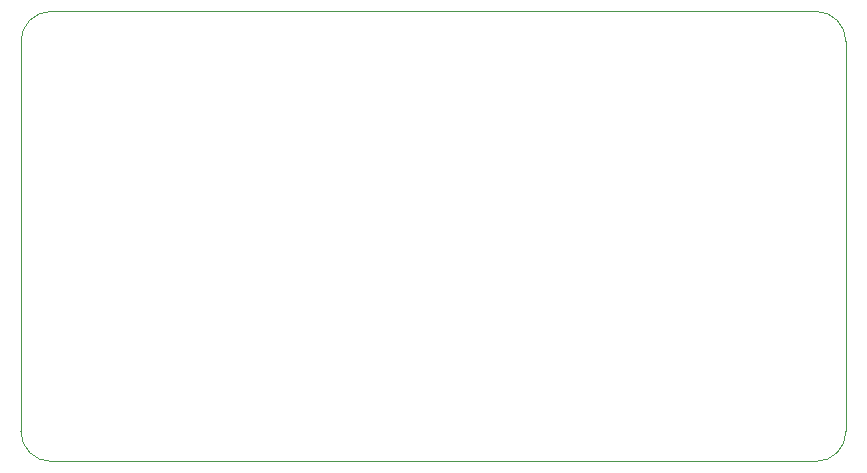
<source format=gbr>
G04 #@! TF.GenerationSoftware,KiCad,Pcbnew,5.1.5-52549c5~86~ubuntu18.04.1*
G04 #@! TF.CreationDate,2020-05-17T18:15:10-04:00*
G04 #@! TF.ProjectId,RX EQ Shield,52582045-5120-4536-9869-656c642e6b69,rev?*
G04 #@! TF.SameCoordinates,Original*
G04 #@! TF.FileFunction,Profile,NP*
%FSLAX46Y46*%
G04 Gerber Fmt 4.6, Leading zero omitted, Abs format (unit mm)*
G04 Created by KiCad (PCBNEW 5.1.5-52549c5~86~ubuntu18.04.1) date 2020-05-17 18:15:10*
%MOMM*%
%LPD*%
G04 APERTURE LIST*
%ADD10C,0.050000*%
G04 APERTURE END LIST*
D10*
X104140000Y-157480000D02*
G75*
G02X101600000Y-154940000I0J2540000D01*
G01*
X171450000Y-154940000D02*
G75*
G02X168910000Y-157480000I-2540000J0D01*
G01*
X168910000Y-119380000D02*
G75*
G02X171450000Y-121920000I0J-2540000D01*
G01*
X101600000Y-121920000D02*
G75*
G02X104140000Y-119380000I2540000J0D01*
G01*
X101600000Y-154940000D02*
X101600000Y-121920000D01*
X168910000Y-157480000D02*
X104140000Y-157480000D01*
X171450000Y-121920000D02*
X171450000Y-154940000D01*
X104140000Y-119380000D02*
X168910000Y-119380000D01*
M02*

</source>
